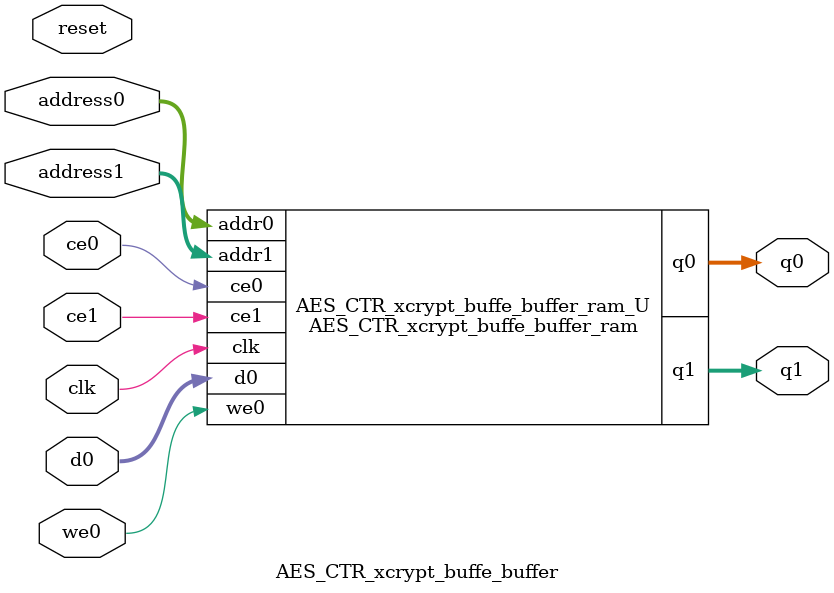
<source format=v>
`timescale 1 ns / 1 ps
module AES_CTR_xcrypt_buffe_buffer_ram (addr0, ce0, d0, we0, q0, addr1, ce1, q1,  clk);

parameter DWIDTH = 8;
parameter AWIDTH = 4;
parameter MEM_SIZE = 16;

input[AWIDTH-1:0] addr0;
input ce0;
input[DWIDTH-1:0] d0;
input we0;
output reg[DWIDTH-1:0] q0;
input[AWIDTH-1:0] addr1;
input ce1;
output reg[DWIDTH-1:0] q1;
input clk;

(* ram_style = "distributed" *)reg [DWIDTH-1:0] ram[0:MEM_SIZE-1];




always @(posedge clk)  
begin 
    if (ce0) 
    begin
        if (we0) 
        begin 
            ram[addr0] <= d0; 
        end 
        q0 <= ram[addr0];
    end
end


always @(posedge clk)  
begin 
    if (ce1) 
    begin
        q1 <= ram[addr1];
    end
end


endmodule

`timescale 1 ns / 1 ps
module AES_CTR_xcrypt_buffe_buffer(
    reset,
    clk,
    address0,
    ce0,
    we0,
    d0,
    q0,
    address1,
    ce1,
    q1);

parameter DataWidth = 32'd8;
parameter AddressRange = 32'd16;
parameter AddressWidth = 32'd4;
input reset;
input clk;
input[AddressWidth - 1:0] address0;
input ce0;
input we0;
input[DataWidth - 1:0] d0;
output[DataWidth - 1:0] q0;
input[AddressWidth - 1:0] address1;
input ce1;
output[DataWidth - 1:0] q1;



AES_CTR_xcrypt_buffe_buffer_ram AES_CTR_xcrypt_buffe_buffer_ram_U(
    .clk( clk ),
    .addr0( address0 ),
    .ce0( ce0 ),
    .we0( we0 ),
    .d0( d0 ),
    .q0( q0 ),
    .addr1( address1 ),
    .ce1( ce1 ),
    .q1( q1 ));

endmodule


</source>
